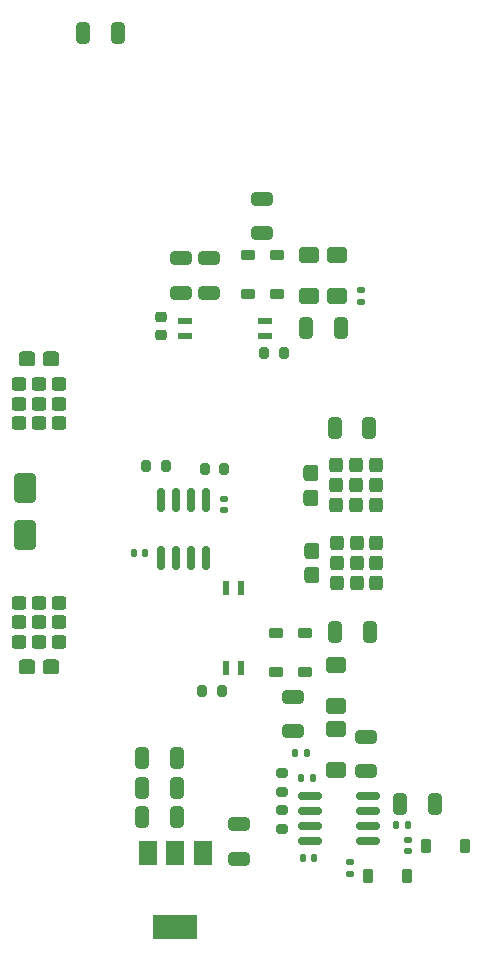
<source format=gbp>
G04 #@! TF.GenerationSoftware,KiCad,Pcbnew,8.0.5*
G04 #@! TF.CreationDate,2024-12-11T09:51:45-08:00*
G04 #@! TF.ProjectId,OpenPEMF_Final,4f70656e-5045-44d4-965f-46696e616c2e,rev?*
G04 #@! TF.SameCoordinates,Original*
G04 #@! TF.FileFunction,Paste,Bot*
G04 #@! TF.FilePolarity,Positive*
%FSLAX46Y46*%
G04 Gerber Fmt 4.6, Leading zero omitted, Abs format (unit mm)*
G04 Created by KiCad (PCBNEW 8.0.5) date 2024-12-11 09:51:45*
%MOMM*%
%LPD*%
G01*
G04 APERTURE LIST*
G04 Aperture macros list*
%AMRoundRect*
0 Rectangle with rounded corners*
0 $1 Rounding radius*
0 $2 $3 $4 $5 $6 $7 $8 $9 X,Y pos of 4 corners*
0 Add a 4 corners polygon primitive as box body*
4,1,4,$2,$3,$4,$5,$6,$7,$8,$9,$2,$3,0*
0 Add four circle primitives for the rounded corners*
1,1,$1+$1,$2,$3*
1,1,$1+$1,$4,$5*
1,1,$1+$1,$6,$7*
1,1,$1+$1,$8,$9*
0 Add four rect primitives between the rounded corners*
20,1,$1+$1,$2,$3,$4,$5,0*
20,1,$1+$1,$4,$5,$6,$7,0*
20,1,$1+$1,$6,$7,$8,$9,0*
20,1,$1+$1,$8,$9,$2,$3,0*%
G04 Aperture macros list end*
%ADD10RoundRect,0.140000X0.140000X0.170000X-0.140000X0.170000X-0.140000X-0.170000X0.140000X-0.170000X0*%
%ADD11RoundRect,0.250000X0.650000X-0.325000X0.650000X0.325000X-0.650000X0.325000X-0.650000X-0.325000X0*%
%ADD12RoundRect,0.250000X0.325000X0.650000X-0.325000X0.650000X-0.325000X-0.650000X0.325000X-0.650000X0*%
%ADD13RoundRect,0.200000X0.200000X0.275000X-0.200000X0.275000X-0.200000X-0.275000X0.200000X-0.275000X0*%
%ADD14RoundRect,0.225000X0.250000X-0.225000X0.250000X0.225000X-0.250000X0.225000X-0.250000X-0.225000X0*%
%ADD15RoundRect,0.250000X-0.325000X-0.650000X0.325000X-0.650000X0.325000X0.650000X-0.325000X0.650000X0*%
%ADD16RoundRect,0.225000X0.225000X0.375000X-0.225000X0.375000X-0.225000X-0.375000X0.225000X-0.375000X0*%
%ADD17RoundRect,0.250000X-0.650000X0.325000X-0.650000X-0.325000X0.650000X-0.325000X0.650000X0.325000X0*%
%ADD18RoundRect,0.300000X0.300000X-0.325000X0.300000X0.325000X-0.300000X0.325000X-0.300000X-0.325000X0*%
%ADD19RoundRect,0.317500X-0.317500X0.382500X-0.317500X-0.382500X0.317500X-0.382500X0.317500X0.382500X0*%
%ADD20RoundRect,0.250000X-0.600000X0.400000X-0.600000X-0.400000X0.600000X-0.400000X0.600000X0.400000X0*%
%ADD21RoundRect,0.135000X-0.185000X0.135000X-0.185000X-0.135000X0.185000X-0.135000X0.185000X0.135000X0*%
%ADD22RoundRect,0.300000X-0.325000X-0.300000X0.325000X-0.300000X0.325000X0.300000X-0.325000X0.300000X0*%
%ADD23RoundRect,0.317500X0.382500X0.317500X-0.382500X0.317500X-0.382500X-0.317500X0.382500X-0.317500X0*%
%ADD24RoundRect,0.250000X0.600000X-0.400000X0.600000X0.400000X-0.600000X0.400000X-0.600000X-0.400000X0*%
%ADD25RoundRect,0.225000X-0.375000X0.225000X-0.375000X-0.225000X0.375000X-0.225000X0.375000X0.225000X0*%
%ADD26RoundRect,0.140000X0.170000X-0.140000X0.170000X0.140000X-0.170000X0.140000X-0.170000X-0.140000X0*%
%ADD27RoundRect,0.140000X-0.170000X0.140000X-0.170000X-0.140000X0.170000X-0.140000X0.170000X0.140000X0*%
%ADD28RoundRect,0.200000X-0.200000X-0.275000X0.200000X-0.275000X0.200000X0.275000X-0.200000X0.275000X0*%
%ADD29R,1.219200X0.558800*%
%ADD30R,0.558800X1.219200*%
%ADD31RoundRect,0.150000X0.825000X0.150000X-0.825000X0.150000X-0.825000X-0.150000X0.825000X-0.150000X0*%
%ADD32RoundRect,0.150000X-0.150000X0.825000X-0.150000X-0.825000X0.150000X-0.825000X0.150000X0.825000X0*%
%ADD33RoundRect,0.225000X0.375000X-0.225000X0.375000X0.225000X-0.375000X0.225000X-0.375000X-0.225000X0*%
%ADD34R,1.500000X2.000000*%
%ADD35R,3.800000X2.000000*%
%ADD36RoundRect,0.135000X-0.135000X-0.185000X0.135000X-0.185000X0.135000X0.185000X-0.135000X0.185000X0*%
%ADD37RoundRect,0.300000X0.325000X0.300000X-0.325000X0.300000X-0.325000X-0.300000X0.325000X-0.300000X0*%
%ADD38RoundRect,0.317500X-0.382500X-0.317500X0.382500X-0.317500X0.382500X0.317500X-0.382500X0.317500X0*%
%ADD39RoundRect,0.135000X0.135000X0.185000X-0.135000X0.185000X-0.135000X-0.185000X0.135000X-0.185000X0*%
%ADD40RoundRect,0.250000X0.650000X-1.000000X0.650000X1.000000X-0.650000X1.000000X-0.650000X-1.000000X0*%
%ADD41RoundRect,0.200000X0.275000X-0.200000X0.275000X0.200000X-0.275000X0.200000X-0.275000X-0.200000X0*%
G04 APERTURE END LIST*
D10*
X116580000Y-102300000D03*
X115620000Y-102300000D03*
D11*
X119600000Y-80350000D03*
X119600000Y-77400000D03*
D12*
X114275000Y-58300000D03*
X111325000Y-58300000D03*
D13*
X123075000Y-114000000D03*
X121425000Y-114000000D03*
D14*
X117900000Y-83875000D03*
X117900000Y-82325000D03*
D15*
X138175000Y-123600000D03*
X141125000Y-123600000D03*
D16*
X143650000Y-127150000D03*
X140350000Y-127150000D03*
D17*
X135300000Y-117875000D03*
X135300000Y-120825000D03*
D18*
X136160000Y-101500000D03*
X134500000Y-101500000D03*
X132810000Y-101500000D03*
X136160000Y-103200000D03*
X134500000Y-103200000D03*
X132810000Y-103200000D03*
X136160000Y-104900000D03*
X134500000Y-104900000D03*
X132810000Y-104900000D03*
D19*
X130695000Y-102160000D03*
X130695000Y-104240000D03*
D20*
X132750000Y-117250000D03*
X132750000Y-120750000D03*
D21*
X134850000Y-80090000D03*
X134850000Y-81110000D03*
D22*
X109300000Y-91360000D03*
X109300000Y-89700000D03*
X109300000Y-88010000D03*
X107600000Y-91360000D03*
X107600000Y-89700000D03*
X107600000Y-88010000D03*
X105900000Y-91360000D03*
X105900000Y-89700000D03*
X105900000Y-88010000D03*
D23*
X108640000Y-85895000D03*
X106560000Y-85895000D03*
D24*
X130450000Y-80600000D03*
X130450000Y-77100000D03*
D25*
X130100000Y-109075000D03*
X130100000Y-112375000D03*
D20*
X132750000Y-111800000D03*
X132750000Y-115300000D03*
D26*
X133900000Y-129480000D03*
X133900000Y-128520000D03*
D27*
X123250000Y-97770000D03*
X123250000Y-98730000D03*
D28*
X116675000Y-95000000D03*
X118325000Y-95000000D03*
D12*
X135575000Y-91750000D03*
X132625000Y-91750000D03*
D25*
X127750000Y-77100000D03*
X127750000Y-80400000D03*
D29*
X126740900Y-82665000D03*
X126740900Y-83935000D03*
X119959100Y-83935000D03*
X119959100Y-82665000D03*
D10*
X130880000Y-128150000D03*
X129920000Y-128150000D03*
D20*
X132800000Y-77100000D03*
X132800000Y-80600000D03*
D30*
X124735000Y-112090900D03*
X123465000Y-112090900D03*
X123465000Y-105309100D03*
X124735000Y-105309100D03*
D31*
X135475000Y-122895000D03*
X135475000Y-124165000D03*
X135475000Y-125435000D03*
X135475000Y-126705000D03*
X130525000Y-126705000D03*
X130525000Y-125435000D03*
X130525000Y-124165000D03*
X130525000Y-122895000D03*
D11*
X122000000Y-80350000D03*
X122000000Y-77400000D03*
D32*
X117945000Y-97825000D03*
X119215000Y-97825000D03*
X120485000Y-97825000D03*
X121755000Y-97825000D03*
X121755000Y-102775000D03*
X120485000Y-102775000D03*
X119215000Y-102775000D03*
X117945000Y-102775000D03*
D33*
X125300000Y-80400000D03*
X125300000Y-77100000D03*
D13*
X128325000Y-85400000D03*
X126675000Y-85400000D03*
D12*
X119275000Y-122200000D03*
X116325000Y-122200000D03*
D16*
X138750000Y-129650000D03*
X135450000Y-129650000D03*
D34*
X116850000Y-127725000D03*
X119150000Y-127725000D03*
D35*
X119150000Y-134025000D03*
D34*
X121450000Y-127725000D03*
D28*
X121650000Y-95250000D03*
X123300000Y-95250000D03*
D36*
X137830000Y-125400000D03*
X138850000Y-125400000D03*
D12*
X119275000Y-119700000D03*
X116325000Y-119700000D03*
X119275000Y-124700000D03*
X116325000Y-124700000D03*
D37*
X105900000Y-106540000D03*
X105900000Y-108200000D03*
X105900000Y-109890000D03*
X107600000Y-106540000D03*
X107600000Y-108200000D03*
X107600000Y-109890000D03*
X109300000Y-106540000D03*
X109300000Y-108200000D03*
X109300000Y-109890000D03*
D38*
X106560000Y-112005000D03*
X108640000Y-112005000D03*
D10*
X130780000Y-121400000D03*
X129820000Y-121400000D03*
D39*
X130310000Y-119300000D03*
X129290000Y-119300000D03*
D40*
X106400000Y-100800000D03*
X106400000Y-96800000D03*
D11*
X129100000Y-117450000D03*
X129100000Y-114500000D03*
D17*
X126500000Y-72325000D03*
X126500000Y-75275000D03*
D12*
X133175000Y-83250000D03*
X130225000Y-83250000D03*
D41*
X128150000Y-125725000D03*
X128150000Y-124075000D03*
D11*
X124550000Y-128225000D03*
X124550000Y-125275000D03*
D33*
X127650000Y-112384800D03*
X127650000Y-109084800D03*
D41*
X128150000Y-122575000D03*
X128150000Y-120925000D03*
D18*
X136100000Y-94900000D03*
X134440000Y-94900000D03*
X132750000Y-94900000D03*
X136100000Y-96600000D03*
X134440000Y-96600000D03*
X132750000Y-96600000D03*
X136100000Y-98300000D03*
X134440000Y-98300000D03*
X132750000Y-98300000D03*
D19*
X130635000Y-95560000D03*
X130635000Y-97640000D03*
D12*
X135625000Y-109050000D03*
X132675000Y-109050000D03*
D27*
X138850000Y-126620000D03*
X138850000Y-127580000D03*
M02*

</source>
